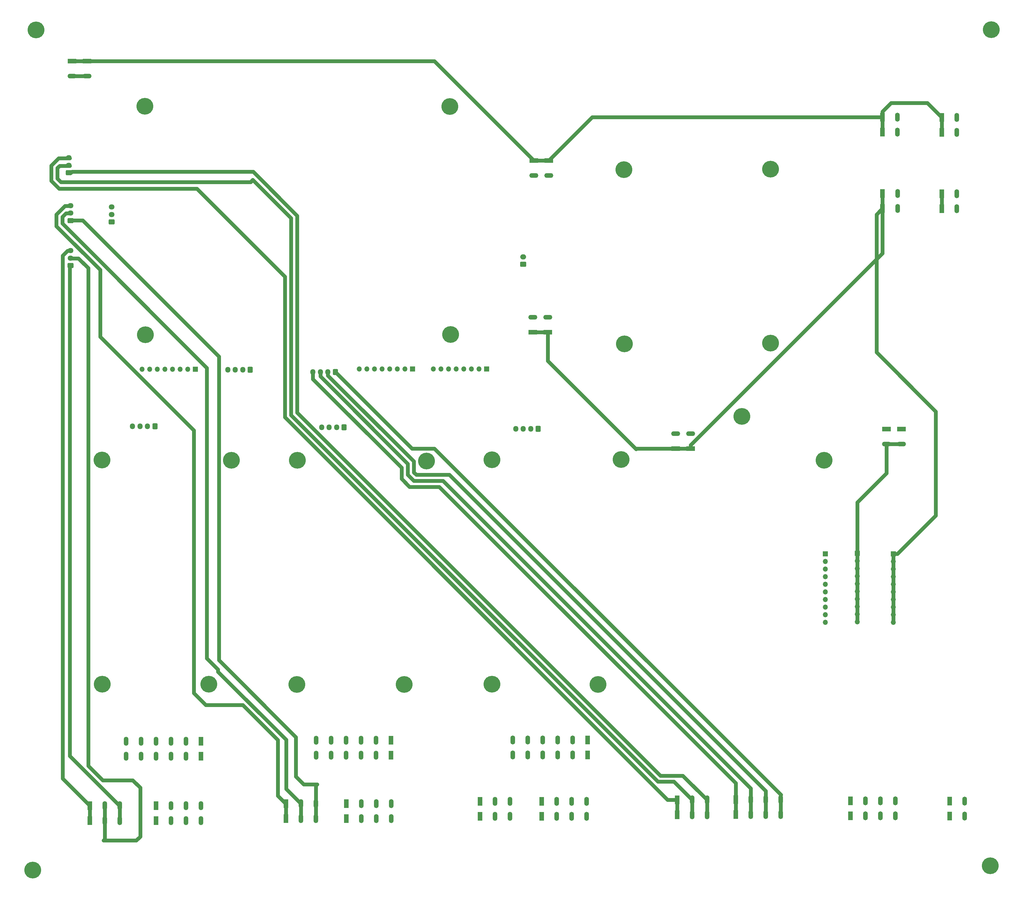
<source format=gbr>
%TF.GenerationSoftware,KiCad,Pcbnew,6.0.11-2627ca5db0~126~ubuntu22.04.1*%
%TF.CreationDate,2023-04-05T12:46:53+02:00*%
%TF.ProjectId,boxPCB,626f7850-4342-42e6-9b69-6361645f7063,rev?*%
%TF.SameCoordinates,Original*%
%TF.FileFunction,Copper,L1,Top*%
%TF.FilePolarity,Positive*%
%FSLAX46Y46*%
G04 Gerber Fmt 4.6, Leading zero omitted, Abs format (unit mm)*
G04 Created by KiCad (PCBNEW 6.0.11-2627ca5db0~126~ubuntu22.04.1) date 2023-04-05 12:46:53*
%MOMM*%
%LPD*%
G01*
G04 APERTURE LIST*
G04 Aperture macros list*
%AMRoundRect*
0 Rectangle with rounded corners*
0 $1 Rounding radius*
0 $2 $3 $4 $5 $6 $7 $8 $9 X,Y pos of 4 corners*
0 Add a 4 corners polygon primitive as box body*
4,1,4,$2,$3,$4,$5,$6,$7,$8,$9,$2,$3,0*
0 Add four circle primitives for the rounded corners*
1,1,$1+$1,$2,$3*
1,1,$1+$1,$4,$5*
1,1,$1+$1,$6,$7*
1,1,$1+$1,$8,$9*
0 Add four rect primitives between the rounded corners*
20,1,$1+$1,$2,$3,$4,$5,0*
20,1,$1+$1,$4,$5,$6,$7,0*
20,1,$1+$1,$6,$7,$8,$9,0*
20,1,$1+$1,$8,$9,$2,$3,0*%
G04 Aperture macros list end*
%TA.AperFunction,ComponentPad*%
%ADD10R,1.500000X3.000000*%
%TD*%
%TA.AperFunction,ComponentPad*%
%ADD11O,1.500000X3.000000*%
%TD*%
%TA.AperFunction,ComponentPad*%
%ADD12RoundRect,0.250000X0.725000X-0.600000X0.725000X0.600000X-0.725000X0.600000X-0.725000X-0.600000X0*%
%TD*%
%TA.AperFunction,ComponentPad*%
%ADD13O,1.950000X1.700000*%
%TD*%
%TA.AperFunction,ComponentPad*%
%ADD14RoundRect,0.250000X0.600000X0.725000X-0.600000X0.725000X-0.600000X-0.725000X0.600000X-0.725000X0*%
%TD*%
%TA.AperFunction,ComponentPad*%
%ADD15O,1.700000X1.950000*%
%TD*%
%TA.AperFunction,ComponentPad*%
%ADD16C,5.600000*%
%TD*%
%TA.AperFunction,ComponentPad*%
%ADD17R,1.700000X1.700000*%
%TD*%
%TA.AperFunction,ComponentPad*%
%ADD18O,1.700000X1.700000*%
%TD*%
%TA.AperFunction,ComponentPad*%
%ADD19R,3.000000X1.500000*%
%TD*%
%TA.AperFunction,ComponentPad*%
%ADD20O,3.000000X1.500000*%
%TD*%
%TA.AperFunction,ComponentPad*%
%ADD21RoundRect,0.250000X0.750000X-0.600000X0.750000X0.600000X-0.750000X0.600000X-0.750000X-0.600000X0*%
%TD*%
%TA.AperFunction,ComponentPad*%
%ADD22O,2.000000X1.700000*%
%TD*%
%TA.AperFunction,Conductor*%
%ADD23C,1.250000*%
%TD*%
G04 APERTURE END LIST*
D10*
%TO.P,J105,1,Pin_1*%
%TO.N,/ENDSTOP_5V_Y1*%
X89475392Y-263430093D03*
X89475392Y-268430093D03*
D11*
%TO.P,J105,2,Pin_2*%
%TO.N,/ENDSTOP_GND_Y1*%
X94475392Y-268430093D03*
X94475392Y-263430093D03*
%TO.P,J105,3,Pin_3*%
%TO.N,/ENDSTOP_SIGNAL_Y1*%
X99475392Y-268430093D03*
X99475392Y-263430093D03*
%TD*%
D12*
%TO.P,J111,1,Pin_1*%
%TO.N,/ENDSTOP_SIGNAL_Z*%
X17045000Y-52810000D03*
D13*
%TO.P,J111,2,Pin_2*%
%TO.N,/ENDSTOP_GND_Z*%
X17045000Y-50310000D03*
%TO.P,J111,3,Pin_3*%
%TO.N,/ENDSTOP_5V_Z*%
X17045000Y-47810000D03*
%TD*%
D10*
%TO.P,J121,1,Pin_1*%
%TO.N,/RED_Y1*%
X109650392Y-263430093D03*
X109650392Y-268430093D03*
D11*
%TO.P,J121,2,Pin_2*%
%TO.N,/BLUE_Y1*%
X114650392Y-263430093D03*
X114650392Y-268430093D03*
%TO.P,J121,3,Pin_3*%
%TO.N,/GREEN_Y1*%
X119650392Y-263430093D03*
X119650392Y-268430093D03*
%TO.P,J121,4,Pin_4*%
%TO.N,/BLACK_Y1*%
X124650392Y-268430093D03*
X124650392Y-263430093D03*
%TD*%
D10*
%TO.P,J115,1,Pin_1*%
%TO.N,/BLACK_Y2*%
X190200392Y-247205093D03*
X190200392Y-242205093D03*
D11*
%TO.P,J115,2,Pin_2*%
%TO.N,/GREEN_Y2*%
X185200392Y-247205093D03*
X185200392Y-242205093D03*
%TO.P,J115,3,Pin_3*%
%TO.N,/BLUE_Y2*%
X180200392Y-247205093D03*
X180200392Y-242205093D03*
%TO.P,J115,4,Pin_4*%
%TO.N,/RED_Y2*%
X175200392Y-247205093D03*
X175200392Y-242205093D03*
%TO.P,J115,5,Pin_5*%
%TO.N,+12V*%
X170200392Y-247205093D03*
X170200392Y-242205093D03*
%TO.P,J115,6,Pin_6*%
%TO.N,GND*%
X165200392Y-247205093D03*
X165200392Y-242205093D03*
%TD*%
D14*
%TO.P,J113,1,Pin_1*%
%TO.N,/EN_X*%
X45805392Y-137450093D03*
D15*
%TO.P,J113,2,Pin_2*%
%TO.N,/DIR_X*%
X43305392Y-137450093D03*
%TO.P,J113,3,Pin_3*%
%TO.N,/CLK_X*%
X40805392Y-137450093D03*
%TO.P,J113,4,Pin_4*%
%TO.N,GND*%
X38305392Y-137450093D03*
%TD*%
D16*
%TO.P,H123,1*%
%TO.N,N/C*%
X158250000Y-148640000D03*
%TD*%
D17*
%TO.P,J137,1,Pin_1*%
%TO.N,+12V*%
X280205392Y-179850093D03*
D18*
%TO.P,J137,2,Pin_2*%
X280205392Y-182390093D03*
%TO.P,J137,3,Pin_3*%
X280205392Y-184930093D03*
%TO.P,J137,4,Pin_4*%
X280205392Y-187470093D03*
%TO.P,J137,5,Pin_5*%
X280205392Y-190010093D03*
%TO.P,J137,6,Pin_6*%
X280205392Y-192550093D03*
%TO.P,J137,7,Pin_7*%
X280205392Y-195090093D03*
%TO.P,J137,8,Pin_8*%
X280205392Y-197630093D03*
%TO.P,J137,9,Pin_9*%
X280205392Y-200170093D03*
%TO.P,J137,10,Pin_10*%
X280205392Y-202710093D03*
%TD*%
D10*
%TO.P,J120,1,Pin_1*%
%TO.N,/RED_Y2*%
X174875392Y-267655093D03*
X174875392Y-262655093D03*
D11*
%TO.P,J120,2,Pin_2*%
%TO.N,/BLUE_Y2*%
X179875392Y-262655093D03*
X179875392Y-267655093D03*
%TO.P,J120,3,Pin_3*%
%TO.N,/GREEN_Y2*%
X184875392Y-262655093D03*
X184875392Y-267655093D03*
%TO.P,J120,4,Pin_4*%
%TO.N,/BLACK_Y2*%
X189875392Y-262655093D03*
X189875392Y-267655093D03*
%TD*%
D10*
%TO.P,J131,1,Pin_1*%
%TO.N,/BLACK_E*%
X277850392Y-267505093D03*
X277850392Y-262505093D03*
D11*
%TO.P,J131,2,Pin_2*%
%TO.N,/GREEN_E*%
X282850392Y-262505093D03*
X282850392Y-267505093D03*
%TO.P,J131,3,Pin_3*%
%TO.N,/BLUE_E*%
X287850392Y-267505093D03*
X287850392Y-262505093D03*
%TO.P,J131,4,Pin_4*%
%TO.N,/RED_E*%
X292850392Y-267505093D03*
X292850392Y-262505093D03*
%TD*%
D10*
%TO.P,J104,1,Pin_1*%
%TO.N,/ENDSTOP_5V_X*%
X24075392Y-269080093D03*
X24075392Y-264080093D03*
D11*
%TO.P,J104,2,Pin_2*%
%TO.N,/ENDSTOP_GND_X*%
X29075392Y-269080093D03*
X29075392Y-264080093D03*
%TO.P,J104,3,Pin_3*%
%TO.N,/ENDSTOP_SIGNAL_X*%
X34075392Y-269080093D03*
X34075392Y-264080093D03*
%TD*%
D14*
%TO.P,J128,1,Pin_1*%
%TO.N,/RED_Z*%
X106015392Y-119350093D03*
D15*
%TO.P,J128,2,Pin_2*%
%TO.N,/BLUE_Z*%
X103515392Y-119350093D03*
%TO.P,J128,3,Pin_3*%
%TO.N,/GREEN_Z*%
X101015392Y-119350093D03*
%TO.P,J128,4,Pin_4*%
%TO.N,/BLACK_Z*%
X98515392Y-119350093D03*
%TD*%
D16*
%TO.P,H117,1*%
%TO.N,N/C*%
X128920000Y-223620000D03*
%TD*%
%TO.P,H101,1*%
%TO.N,N/C*%
X324840000Y-5050000D03*
%TD*%
D10*
%TO.P,J130,1,Pin_1*%
%TO.N,+12V*%
X288525392Y-39245093D03*
X288525392Y-34245093D03*
D11*
%TO.P,J130,2,Pin_2*%
%TO.N,GND*%
X293525392Y-39245093D03*
X293525392Y-34245093D03*
%TD*%
D16*
%TO.P,H126,1*%
%TO.N,N/C*%
X136370000Y-149070000D03*
%TD*%
D10*
%TO.P,J129,1,Pin_1*%
%TO.N,+12V*%
X308375392Y-39345093D03*
X308375392Y-34345093D03*
D11*
%TO.P,J129,2,Pin_2*%
%TO.N,GND*%
X313375392Y-34345093D03*
X313375392Y-39345093D03*
%TD*%
D16*
%TO.P,H121,1*%
%TO.N,N/C*%
X63770000Y-223550000D03*
%TD*%
D12*
%TO.P,J109,1,Pin_1*%
%TO.N,/ENDSTOP_SIGNAL_Y1*%
X17645000Y-68780000D03*
D13*
%TO.P,J109,2,Pin_2*%
%TO.N,/ENDSTOP_GND_Y1*%
X17645000Y-66280000D03*
%TO.P,J109,3,Pin_3*%
%TO.N,/ENDSTOP_5V_Y1*%
X17645000Y-63780000D03*
%TD*%
D17*
%TO.P,J101,1,Pin_1*%
%TO.N,/EN_Y2*%
X59240392Y-118385093D03*
D18*
%TO.P,J101,2,Pin_2*%
%TO.N,unconnected-(J101-Pad2)*%
X56700392Y-118385093D03*
%TO.P,J101,3,Pin_3*%
%TO.N,unconnected-(J101-Pad3)*%
X54160392Y-118385093D03*
%TO.P,J101,4,Pin_4*%
%TO.N,unconnected-(J101-Pad4)*%
X51620392Y-118385093D03*
%TO.P,J101,5,Pin_5*%
%TO.N,unconnected-(J101-Pad5)*%
X49080392Y-118385093D03*
%TO.P,J101,6,Pin_6*%
%TO.N,unconnected-(J101-Pad6)*%
X46540392Y-118385093D03*
%TO.P,J101,7,Pin_7*%
%TO.N,/CLK_Y2*%
X44000392Y-118385093D03*
%TO.P,J101,8,Pin_8*%
%TO.N,/DIR_Y2*%
X41460392Y-118385093D03*
%TD*%
D19*
%TO.P,J125,1,Pin_1*%
%TO.N,+12V*%
X172205392Y-48745093D03*
X177205392Y-48745093D03*
D20*
%TO.P,J125,2,Pin_2*%
%TO.N,GND*%
X172205392Y-53745093D03*
X177205392Y-53745093D03*
%TD*%
D16*
%TO.P,H116,1*%
%TO.N,N/C*%
X28180000Y-223560000D03*
%TD*%
D12*
%TO.P,J108,1,Pin_1*%
%TO.N,/ENDSTOP_SIGNAL_X*%
X17585000Y-83800000D03*
D13*
%TO.P,J108,2,Pin_2*%
%TO.N,/ENDSTOP_GND_X*%
X17585000Y-81300000D03*
%TO.P,J108,3,Pin_3*%
%TO.N,/ENDSTOP_5V_X*%
X17585000Y-78800000D03*
%TD*%
D17*
%TO.P,J103,1,Pin_1*%
%TO.N,/EN_Y1*%
X131755392Y-118295093D03*
D18*
%TO.P,J103,2,Pin_2*%
%TO.N,unconnected-(J103-Pad2)*%
X129215392Y-118295093D03*
%TO.P,J103,3,Pin_3*%
%TO.N,unconnected-(J103-Pad3)*%
X126675392Y-118295093D03*
%TO.P,J103,4,Pin_4*%
%TO.N,unconnected-(J103-Pad4)*%
X124135392Y-118295093D03*
%TO.P,J103,5,Pin_5*%
%TO.N,unconnected-(J103-Pad5)*%
X121595392Y-118295093D03*
%TO.P,J103,6,Pin_6*%
%TO.N,unconnected-(J103-Pad6)*%
X119055392Y-118295093D03*
%TO.P,J103,7,Pin_7*%
%TO.N,/CLK_Y1*%
X116515392Y-118295093D03*
%TO.P,J103,8,Pin_8*%
%TO.N,/DIR_Y1*%
X113975392Y-118295093D03*
%TD*%
D16*
%TO.P,H110,1*%
%TO.N,N/C*%
X202310000Y-51760000D03*
%TD*%
%TO.P,H112,1*%
%TO.N,N/C*%
X193670000Y-223630000D03*
%TD*%
D19*
%TO.P,J119,1,Pin_1*%
%TO.N,GND*%
X294915392Y-138415093D03*
X289915392Y-138415093D03*
D20*
%TO.P,J119,2,Pin_2*%
%TO.N,+12V*%
X289915392Y-143415093D03*
X294915392Y-143415093D03*
%TD*%
D16*
%TO.P,H113,1*%
%TO.N,N/C*%
X144430000Y-106820000D03*
%TD*%
%TO.P,H124,1*%
%TO.N,N/C*%
X202420000Y-109920000D03*
%TD*%
D17*
%TO.P,J102,1,Pin_1*%
%TO.N,/EN_X*%
X156510392Y-118295093D03*
D18*
%TO.P,J102,2,Pin_2*%
%TO.N,unconnected-(J102-Pad2)*%
X153970392Y-118295093D03*
%TO.P,J102,3,Pin_3*%
%TO.N,unconnected-(J102-Pad3)*%
X151430392Y-118295093D03*
%TO.P,J102,4,Pin_4*%
%TO.N,unconnected-(J102-Pad4)*%
X148890392Y-118295093D03*
%TO.P,J102,5,Pin_5*%
%TO.N,unconnected-(J102-Pad5)*%
X146350392Y-118295093D03*
%TO.P,J102,6,Pin_6*%
%TO.N,unconnected-(J102-Pad6)*%
X143810392Y-118295093D03*
%TO.P,J102,7,Pin_7*%
%TO.N,/CLK_X*%
X141270392Y-118295093D03*
%TO.P,J102,8,Pin_8*%
%TO.N,/DIR_X*%
X138730392Y-118295093D03*
%TD*%
D10*
%TO.P,J133,1,Pin_1*%
%TO.N,+5V*%
X308385392Y-64795093D03*
X308385392Y-59795093D03*
D11*
%TO.P,J133,2,Pin_2*%
%TO.N,GND*%
X313385392Y-64795093D03*
X313385392Y-59795093D03*
%TD*%
D16*
%TO.P,H111,1*%
%TO.N,N/C*%
X71300000Y-148820000D03*
%TD*%
%TO.P,H103,1*%
%TO.N,N/C*%
X201330000Y-148520000D03*
%TD*%
D10*
%TO.P,J132,1,Pin_1*%
%TO.N,/BLACK_Z*%
X239575392Y-267080093D03*
X239575392Y-262080093D03*
D11*
%TO.P,J132,2,Pin_2*%
%TO.N,/GREEN_Z*%
X244575392Y-267080093D03*
X244575392Y-262080093D03*
%TO.P,J132,3,Pin_3*%
%TO.N,/BLUE_Z*%
X249575392Y-262080093D03*
X249575392Y-267080093D03*
%TO.P,J132,4,Pin_4*%
%TO.N,/RED_Z*%
X254575392Y-267080093D03*
X254575392Y-262080093D03*
%TD*%
D14*
%TO.P,J114,1,Pin_1*%
%TO.N,/EN_Y1*%
X108925392Y-137755093D03*
D15*
%TO.P,J114,2,Pin_2*%
%TO.N,/DIR_Y1*%
X106425392Y-137755093D03*
%TO.P,J114,3,Pin_3*%
%TO.N,/CLK_Y1*%
X103925392Y-137755093D03*
%TO.P,J114,4,Pin_4*%
%TO.N,GND*%
X101425392Y-137755093D03*
%TD*%
D16*
%TO.P,H125,1*%
%TO.N,N/C*%
X28150000Y-148740000D03*
%TD*%
D10*
%TO.P,J116,1,Pin_1*%
%TO.N,/BLACK_Y1*%
X124575392Y-242280093D03*
X124575392Y-247280093D03*
D11*
%TO.P,J116,2,Pin_2*%
%TO.N,/GREEN_Y1*%
X119575392Y-242280093D03*
X119575392Y-247280093D03*
%TO.P,J116,3,Pin_3*%
%TO.N,/BLUE_Y1*%
X114575392Y-247280093D03*
X114575392Y-242280093D03*
%TO.P,J116,4,Pin_4*%
%TO.N,/RED_Y1*%
X109575392Y-247280093D03*
X109575392Y-242280093D03*
%TO.P,J116,5,Pin_5*%
%TO.N,+12V*%
X104575392Y-242280093D03*
X104575392Y-247280093D03*
%TO.P,J116,6,Pin_6*%
%TO.N,GND*%
X99575392Y-247280093D03*
X99575392Y-242280093D03*
%TD*%
D16*
%TO.P,H119,1*%
%TO.N,N/C*%
X42580000Y-106870000D03*
%TD*%
%TO.P,H118,1*%
%TO.N,N/C*%
X144220000Y-30720000D03*
%TD*%
D10*
%TO.P,J134,1,Pin_1*%
%TO.N,+5V*%
X288595392Y-59725093D03*
X288595392Y-64725093D03*
D11*
%TO.P,J134,2,Pin_2*%
%TO.N,GND*%
X293595392Y-64725093D03*
X293595392Y-59725093D03*
%TD*%
D10*
%TO.P,J117,1,Pin_1*%
%TO.N,/BLACK_X*%
X61125392Y-242630093D03*
X61125392Y-247630093D03*
D11*
%TO.P,J117,2,Pin_2*%
%TO.N,/GREEN_X*%
X56125392Y-247630093D03*
X56125392Y-242630093D03*
%TO.P,J117,3,Pin_3*%
%TO.N,/BLUE_X*%
X51125392Y-242630093D03*
X51125392Y-247630093D03*
%TO.P,J117,4,Pin_4*%
%TO.N,/RED_X*%
X46125392Y-247630093D03*
X46125392Y-242630093D03*
%TO.P,J117,5,Pin_5*%
%TO.N,+12V*%
X41125392Y-242630093D03*
X41125392Y-247630093D03*
%TO.P,J117,6,Pin_6*%
%TO.N,GND*%
X36125392Y-247630093D03*
X36125392Y-242630093D03*
%TD*%
D10*
%TO.P,J106,1,Pin_1*%
%TO.N,/ENDSTOP_5V_Y2*%
X154275392Y-262630093D03*
X154275392Y-267630093D03*
D11*
%TO.P,J106,2,Pin_2*%
%TO.N,/ENDSTOP_GND_Y2*%
X159275392Y-267630093D03*
X159275392Y-262630093D03*
%TO.P,J106,3,Pin_3*%
%TO.N,/ENDSTOP_SIGNAL_Y2*%
X164275392Y-267630093D03*
X164275392Y-262630093D03*
%TD*%
D19*
%TO.P,J135,1,Pin_1*%
%TO.N,+12V*%
X18095392Y-15555093D03*
X23095392Y-15555093D03*
D20*
%TO.P,J135,2,Pin_2*%
%TO.N,GND*%
X18095392Y-20555093D03*
X23095392Y-20555093D03*
%TD*%
D14*
%TO.P,J112,1,Pin_1*%
%TO.N,/EN_Y2*%
X173675392Y-138300093D03*
D15*
%TO.P,J112,2,Pin_2*%
%TO.N,/DIR_Y2*%
X171175392Y-138300093D03*
%TO.P,J112,3,Pin_3*%
%TO.N,/CLK_Y2*%
X168675392Y-138300093D03*
%TO.P,J112,4,Pin_4*%
%TO.N,GND*%
X166175392Y-138300093D03*
%TD*%
D10*
%TO.P,J122,1,Pin_1*%
%TO.N,/RED_X*%
X46125392Y-269080093D03*
X46125392Y-264080093D03*
D11*
%TO.P,J122,2,Pin_2*%
%TO.N,/BLUE_X*%
X51125392Y-269080093D03*
X51125392Y-264080093D03*
%TO.P,J122,3,Pin_3*%
%TO.N,/GREEN_X*%
X56125392Y-264080093D03*
X56125392Y-269080093D03*
%TO.P,J122,4,Pin_4*%
%TO.N,/BLACK_X*%
X61125392Y-264080093D03*
X61125392Y-269080093D03*
%TD*%
D16*
%TO.P,H122,1*%
%TO.N,N/C*%
X269040000Y-148810000D03*
%TD*%
D10*
%TO.P,J107,1,Pin_1*%
%TO.N,/ENDSTOP_5V_Z*%
X220025392Y-262155093D03*
X220025392Y-267155093D03*
D11*
%TO.P,J107,2,Pin_2*%
%TO.N,/ENDSTOP_GND_Z*%
X225025392Y-262155093D03*
X225025392Y-267155093D03*
%TO.P,J107,3,Pin_3*%
%TO.N,/ENDSTOP_SIGNAL_Z*%
X230025392Y-262155093D03*
X230025392Y-267155093D03*
%TD*%
D14*
%TO.P,J127,1,Pin_1*%
%TO.N,/RED_E*%
X77575392Y-118555093D03*
D15*
%TO.P,J127,2,Pin_2*%
%TO.N,/BLUE_E*%
X75075392Y-118555093D03*
%TO.P,J127,3,Pin_3*%
%TO.N,/GREEN_E*%
X72575392Y-118555093D03*
%TO.P,J127,4,Pin_4*%
%TO.N,/BLACK_E*%
X70075392Y-118555093D03*
%TD*%
D16*
%TO.P,H108,1*%
%TO.N,N/C*%
X324540000Y-284210000D03*
%TD*%
%TO.P,H106,1*%
%TO.N,N/C*%
X42460000Y-30590000D03*
%TD*%
%TO.P,H114,1*%
%TO.N,N/C*%
X6100000Y-5130000D03*
%TD*%
%TO.P,H105,1*%
%TO.N,N/C*%
X93300000Y-148800000D03*
%TD*%
D10*
%TO.P,J123,1,Pin_1*%
%TO.N,/AIRBRUSH_PLUS*%
X311000392Y-267580093D03*
X311000392Y-262580093D03*
D11*
%TO.P,J123,2,Pin_2*%
%TO.N,/AIRBRUSH_MINUS*%
X316000392Y-262580093D03*
X316000392Y-267580093D03*
%TD*%
D17*
%TO.P,J136,1,Pin_1*%
%TO.N,GND*%
X269465392Y-180075093D03*
D18*
%TO.P,J136,2,Pin_2*%
X269465392Y-182615093D03*
%TO.P,J136,3,Pin_3*%
X269465392Y-185155093D03*
%TO.P,J136,4,Pin_4*%
X269465392Y-187695093D03*
%TO.P,J136,5,Pin_5*%
X269465392Y-190235093D03*
%TO.P,J136,6,Pin_6*%
X269465392Y-192775093D03*
%TO.P,J136,7,Pin_7*%
X269465392Y-195315093D03*
%TO.P,J136,8,Pin_8*%
X269465392Y-197855093D03*
%TO.P,J136,9,Pin_9*%
X269465392Y-200395093D03*
%TO.P,J136,10,Pin_10*%
X269465392Y-202935093D03*
%TD*%
D19*
%TO.P,J126,1,Pin_1*%
%TO.N,+5V*%
X176915392Y-106025093D03*
X171915392Y-106025093D03*
D20*
%TO.P,J126,2,Pin_2*%
%TO.N,GND*%
X176915392Y-101025093D03*
X171915392Y-101025093D03*
%TD*%
D16*
%TO.P,H107,1*%
%TO.N,N/C*%
X93170000Y-223650000D03*
%TD*%
D17*
%TO.P,J138,1,Pin_1*%
%TO.N,+5V*%
X292155392Y-180000093D03*
D18*
%TO.P,J138,2,Pin_2*%
X292155392Y-182540093D03*
%TO.P,J138,3,Pin_3*%
X292155392Y-185080093D03*
%TO.P,J138,4,Pin_4*%
X292155392Y-187620093D03*
%TO.P,J138,5,Pin_5*%
X292155392Y-190160093D03*
%TO.P,J138,6,Pin_6*%
X292155392Y-192700093D03*
%TO.P,J138,7,Pin_7*%
X292155392Y-195240093D03*
%TO.P,J138,8,Pin_8*%
X292155392Y-197780093D03*
%TO.P,J138,9,Pin_9*%
X292155392Y-200320093D03*
%TO.P,J138,10,Pin_10*%
X292155392Y-202860093D03*
%TD*%
D19*
%TO.P,J124,1,Pin_1*%
%TO.N,+5V*%
X224585392Y-144935093D03*
X219585392Y-144935093D03*
D20*
%TO.P,J124,2,Pin_2*%
%TO.N,GND*%
X224585392Y-139935093D03*
X219585392Y-139935093D03*
%TD*%
D21*
%TO.P,J118,1,Pin_1*%
%TO.N,/AIRBRUSH_PLUS*%
X168680392Y-83365093D03*
D22*
%TO.P,J118,2,Pin_2*%
%TO.N,/AIRBRUSH_MINUS*%
X168680392Y-80865093D03*
%TD*%
D16*
%TO.P,H104,1*%
%TO.N,N/C*%
X158220000Y-223520000D03*
%TD*%
%TO.P,H109,1*%
%TO.N,N/C*%
X251240000Y-51590000D03*
%TD*%
%TO.P,H120,1*%
%TO.N,N/C*%
X241649810Y-134138929D03*
%TD*%
D12*
%TO.P,J110,1,Pin_1*%
%TO.N,/ENDSTOP_SIGNAL_Y2*%
X31310000Y-69210000D03*
D13*
%TO.P,J110,2,Pin_2*%
%TO.N,/ENDSTOP_GND_Y2*%
X31310000Y-66710000D03*
%TO.P,J110,3,Pin_3*%
%TO.N,/ENDSTOP_5V_Y2*%
X31310000Y-64210000D03*
%TD*%
D16*
%TO.P,H115,1*%
%TO.N,N/C*%
X251210000Y-109680000D03*
%TD*%
%TO.P,H102,1*%
%TO.N,N/C*%
X5020000Y-285650000D03*
%TD*%
D23*
%TO.N,/ENDSTOP_SIGNAL_Z*%
X17045000Y-52810000D02*
X17820186Y-52810000D01*
X17820186Y-52810000D02*
X18165093Y-52465093D01*
X230025392Y-262155093D02*
X221951349Y-254081050D01*
X221951349Y-254081050D02*
X214451050Y-254081050D01*
X93230000Y-132860000D02*
X93230000Y-67140000D01*
X214451050Y-254081050D02*
X93230000Y-132860000D01*
X93230000Y-67140000D02*
X78555093Y-52465093D01*
X78555093Y-52465093D02*
X18165093Y-52465093D01*
%TO.N,/ENDSTOP_GND_Z*%
X225025392Y-262155093D02*
X218951349Y-256081050D01*
X218951349Y-256081050D02*
X213622622Y-256081050D01*
X91230000Y-67968428D02*
X78451665Y-55190093D01*
X13954907Y-50465093D02*
X17375392Y-50465093D01*
X213622622Y-256081050D02*
X91230000Y-133688428D01*
X91230000Y-133688428D02*
X91230000Y-67968428D01*
X78451665Y-55190093D02*
X77756757Y-55885001D01*
X77756757Y-55885001D02*
X14395001Y-55885001D01*
X14395001Y-55885001D02*
X13210000Y-54700000D01*
X13210000Y-54700000D02*
X13210000Y-51210000D01*
X13210000Y-51210000D02*
X13954907Y-50465093D01*
%TO.N,/ENDSTOP_SIGNAL_Y1*%
X99475392Y-268430093D02*
X99475392Y-257444608D01*
X99475392Y-257444608D02*
X99890000Y-257030000D01*
X17705000Y-68720000D02*
X17645000Y-68780000D01*
X99890000Y-257030000D02*
X95460000Y-257030000D01*
X95460000Y-257030000D02*
X92800000Y-254370000D01*
X92800000Y-254370000D02*
X92800000Y-241220000D01*
X92800000Y-241220000D02*
X67125000Y-215545000D01*
X67125000Y-215545000D02*
X67125000Y-114155000D01*
X21690000Y-68720000D02*
X17705000Y-68720000D01*
X67125000Y-114155000D02*
X21690000Y-68720000D01*
%TO.N,/ENDSTOP_5V_X*%
X24075392Y-264080093D02*
X24075392Y-269080093D01*
X15025392Y-255030093D02*
X24075392Y-264080093D01*
X17375392Y-78885093D02*
X16603767Y-78885093D01*
X16603767Y-78885093D02*
X15025392Y-80463468D01*
X15025392Y-80463468D02*
X15025392Y-255030093D01*
%TO.N,/ENDSTOP_GND_X*%
X23510000Y-84650000D02*
X23510000Y-250790000D01*
X38400000Y-255630000D02*
X40910000Y-258140000D01*
X40910000Y-258140000D02*
X40910000Y-274400000D01*
X20245093Y-81385093D02*
X23510000Y-84650000D01*
X17375392Y-81385093D02*
X20245093Y-81385093D01*
X23510000Y-250790000D02*
X28350000Y-255630000D01*
X40910000Y-274400000D02*
X39580000Y-275730000D01*
X39580000Y-275730000D02*
X28640000Y-275730000D01*
X28350000Y-255630000D02*
X38400000Y-255630000D01*
X28640000Y-275730000D02*
X29075392Y-275294608D01*
X29075392Y-275294608D02*
X29075392Y-264080093D01*
%TO.N,/ENDSTOP_SIGNAL_X*%
X17375392Y-247483819D02*
X17375392Y-83885093D01*
X34075392Y-269080093D02*
X34075392Y-264080093D01*
X33971666Y-264080093D02*
X17375392Y-247483819D01*
X34075392Y-264080093D02*
X33971666Y-264080093D01*
%TO.N,/ENDSTOP_5V_Y1*%
X27490000Y-85250000D02*
X27490000Y-107561327D01*
X89400093Y-263430093D02*
X89475392Y-263430093D01*
X86810000Y-260840000D02*
X89400093Y-263430093D01*
X75100786Y-230479214D02*
X86810000Y-242188428D01*
X17235392Y-63835093D02*
X15776572Y-63835093D01*
X62719214Y-230479214D02*
X75100786Y-230479214D01*
X12885392Y-70645392D02*
X27490000Y-85250000D01*
X58750000Y-226510000D02*
X62719214Y-230479214D01*
X15776572Y-63835093D02*
X12885392Y-66726273D01*
X58750000Y-138821327D02*
X58750000Y-226510000D01*
X12885392Y-66726273D02*
X12885392Y-70645392D01*
X89475392Y-268430093D02*
X89475392Y-263430093D01*
X86810000Y-242188428D02*
X86810000Y-260840000D01*
X27490000Y-107561327D02*
X58750000Y-138821327D01*
%TO.N,/ENDSTOP_GND_Y1*%
X16105000Y-66335093D02*
X17235392Y-66335093D01*
X63090000Y-117961326D02*
X14885392Y-69756718D01*
X14885392Y-69756718D02*
X14885392Y-67554701D01*
X94475392Y-268430093D02*
X94475392Y-263430093D01*
X66825000Y-219375000D02*
X66825000Y-218635000D01*
X66825000Y-218635000D02*
X63090000Y-214900000D01*
X94475392Y-263430093D02*
X89550000Y-258504701D01*
X63090000Y-214900000D02*
X63090000Y-117961326D01*
X14885392Y-67554701D02*
X16105000Y-66335093D01*
X89550000Y-258504701D02*
X89550000Y-242100000D01*
X89550000Y-242100000D02*
X66825000Y-219375000D01*
%TO.N,/ENDSTOP_5V_Z*%
X13821572Y-58140000D02*
X59750000Y-58140000D01*
X17375392Y-47965093D02*
X13626479Y-47965093D01*
X59750000Y-58140000D02*
X89125000Y-87515000D01*
X216868237Y-262155093D02*
X220025392Y-262155093D01*
X13626479Y-47965093D02*
X11210000Y-50381572D01*
X220025392Y-267155093D02*
X220025392Y-262155093D01*
X89125000Y-87515000D02*
X89125000Y-134411856D01*
X11210000Y-50381572D02*
X11210000Y-55528427D01*
X89125000Y-134411856D02*
X216868237Y-262155093D01*
X11210000Y-55528427D02*
X13821572Y-58140000D01*
%TO.N,/ENDSTOP_GND_Z*%
X225025392Y-267155093D02*
X225025392Y-262155093D01*
%TO.N,/ENDSTOP_SIGNAL_Z*%
X230025392Y-267155093D02*
X230025392Y-262155093D01*
%TO.N,GND*%
X18095392Y-20555093D02*
X23095392Y-20555093D01*
%TO.N,+12V*%
X172205392Y-48745093D02*
X177205392Y-48745093D01*
X308375392Y-34345093D02*
X308375392Y-39345093D01*
X23095392Y-15555093D02*
X139015392Y-15555093D01*
X139015392Y-15555093D02*
X172205392Y-48745093D01*
X280205392Y-162865392D02*
X280205392Y-202710093D01*
X294915392Y-143415093D02*
X289915392Y-143415093D01*
X280180000Y-162840000D02*
X280205392Y-162865392D01*
X191705392Y-34245093D02*
X288525392Y-34245093D01*
X289915392Y-153104608D02*
X280180000Y-162840000D01*
X18095392Y-15555093D02*
X23095392Y-15555093D01*
X288525392Y-34245093D02*
X288525392Y-39245093D01*
X303530299Y-29500000D02*
X291430000Y-29500000D01*
X308375392Y-34345093D02*
X303530299Y-29500000D01*
X177205392Y-48745093D02*
X191705392Y-34245093D01*
X289915392Y-143415093D02*
X289915392Y-153104608D01*
X291430000Y-29500000D02*
X288525392Y-32404608D01*
X288525392Y-32404608D02*
X288525392Y-34245093D01*
%TO.N,+5V*%
X176915392Y-115565392D02*
X206380000Y-145030000D01*
X288595392Y-59725093D02*
X288595392Y-79680297D01*
X176915392Y-106025093D02*
X176915392Y-115565392D01*
X308385392Y-59795093D02*
X308385392Y-64795093D01*
X288595392Y-64725093D02*
X286595392Y-66725093D01*
X288595392Y-79680297D02*
X224585392Y-143690297D01*
X286595392Y-66725093D02*
X286595392Y-112765392D01*
X171915392Y-106025093D02*
X176915392Y-106025093D01*
X206380000Y-145030000D02*
X206474907Y-144935093D01*
X224585392Y-143690297D02*
X224585392Y-144935093D01*
X288595392Y-59725093D02*
X288595392Y-64725093D01*
X206474907Y-144935093D02*
X224585392Y-144935093D01*
X286595392Y-112765392D02*
X306340000Y-132510000D01*
X293549907Y-180000093D02*
X292155392Y-180000093D01*
X306340000Y-132510000D02*
X306340000Y-167210000D01*
X292155392Y-202860093D02*
X292155392Y-180000093D01*
X306340000Y-167210000D02*
X293549907Y-180000093D01*
%TO.N,/BLACK_Z*%
X128130000Y-151273734D02*
X128130000Y-155010000D01*
X98515392Y-121659126D02*
X128130000Y-151273734D01*
X140650000Y-157650000D02*
X239575392Y-256575392D01*
X239575392Y-256575392D02*
X239575392Y-267080093D01*
X128130000Y-155010000D02*
X130770000Y-157650000D01*
X130770000Y-157650000D02*
X140650000Y-157650000D01*
X98515392Y-119350093D02*
X98515392Y-121659126D01*
%TO.N,/GREEN_Z*%
X244575392Y-262080093D02*
X244575392Y-267080093D01*
X101015392Y-120801618D02*
X101015392Y-119350093D01*
X244575392Y-258325392D02*
X141900000Y-155650000D01*
X130170000Y-153648427D02*
X130170000Y-149956226D01*
X244575392Y-262080093D02*
X244575392Y-258325392D01*
X132171572Y-155650000D02*
X130170000Y-153648427D01*
X130170000Y-149956226D02*
X101015392Y-120801618D01*
X141900000Y-155650000D02*
X132171572Y-155650000D01*
%TO.N,/BLUE_Z*%
X249575392Y-262080093D02*
X249575392Y-267080093D01*
X144066871Y-153650000D02*
X249575392Y-259158521D01*
X132170000Y-149127798D02*
X132170000Y-152820000D01*
X103515392Y-120473190D02*
X132170000Y-149127798D01*
X132170000Y-152820000D02*
X133000000Y-153650000D01*
X133000000Y-153650000D02*
X144066871Y-153650000D01*
X249575392Y-259158521D02*
X249575392Y-262080093D01*
X103515392Y-119350093D02*
X103515392Y-120473190D01*
%TO.N,/RED_Z*%
X106015392Y-119350093D02*
X131560299Y-144895000D01*
X254575392Y-260604608D02*
X254680000Y-260500000D01*
X254575392Y-262080093D02*
X254575392Y-267080093D01*
X254575392Y-262080093D02*
X254575392Y-260604608D01*
X131560299Y-144895000D02*
X139075000Y-144895000D01*
X139075000Y-144895000D02*
X254680000Y-260500000D01*
%TD*%
M02*

</source>
